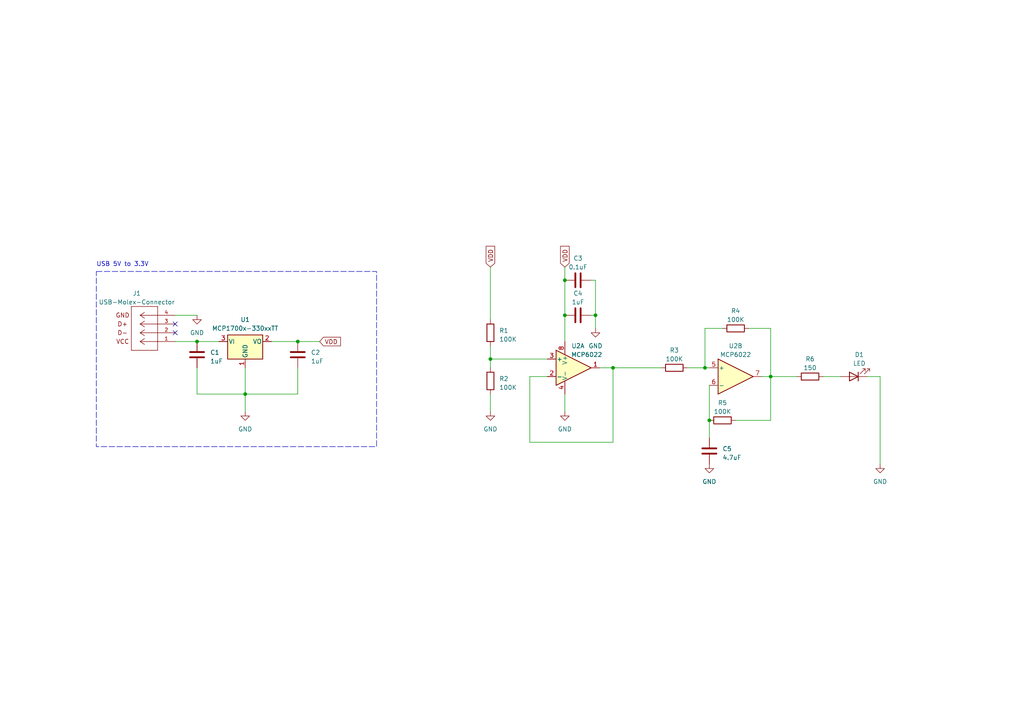
<source format=kicad_sch>
(kicad_sch (version 20230121) (generator eeschema)

  (uuid 0b12c7bd-9afe-446e-88e8-43ec1c474d51)

  (paper "A4")

  (title_block
    (title "LED Flasher - Miniproject 1")
    (date "2026/1/29")
    (rev "0")
    (company "Olin College of Engineering - ENGR3430 Eclectronics")
  )

  (lib_symbols
    (symbol "480370001:USB-Molex-Connector" (pin_names (offset 1.016)) (in_bom yes) (on_board yes)
      (property "Reference" "J" (at 10.16 -12.7 0)
        (effects (font (size 1.27 1.27)) (justify left bottom))
      )
      (property "Value" "USB-Molex-Connector" (at 21.59 10.16 0)
        (effects (font (size 1.27 1.27)) (justify left bottom))
      )
      (property "Footprint" "480370001:CONN_480370001_MOL" (at 8.89 3.81 0)
        (effects (font (size 1.27 1.27)) (justify bottom) hide)
      )
      (property "Datasheet" "" (at 0 0 0)
        (effects (font (size 1.27 1.27)) hide)
      )
      (property "MFR_NAME" "Molex Connector Corporation" (at 6.35 7.62 0)
        (effects (font (size 1.27 1.27)) (justify bottom) hide)
      )
      (property "MANUFACTURER_PART_NUMBER" "480370001" (at 26.67 7.62 0)
        (effects (font (size 1.27 1.27)) (justify bottom) hide)
      )
      (symbol "USB-Molex-Connector_0_0"
        (polyline
          (pts
            (xy 5.08 -10.16)
            (xy 12.7 -10.16)
          )
          (stroke (width 0.1524) (type default))
          (fill (type none))
        )
        (polyline
          (pts
            (xy 5.08 2.54)
            (xy 5.08 -10.16)
          )
          (stroke (width 0.1524) (type default))
          (fill (type none))
        )
        (polyline
          (pts
            (xy 10.16 -7.62)
            (xy 5.08 -7.62)
          )
          (stroke (width 0.1524) (type default))
          (fill (type none))
        )
        (polyline
          (pts
            (xy 10.16 -7.62)
            (xy 8.89 -8.4582)
          )
          (stroke (width 0.1524) (type default))
          (fill (type none))
        )
        (polyline
          (pts
            (xy 10.16 -7.62)
            (xy 8.89 -6.7818)
          )
          (stroke (width 0.1524) (type default))
          (fill (type none))
        )
        (polyline
          (pts
            (xy 10.16 -5.08)
            (xy 5.08 -5.08)
          )
          (stroke (width 0.1524) (type default))
          (fill (type none))
        )
        (polyline
          (pts
            (xy 10.16 -5.08)
            (xy 8.89 -5.9182)
          )
          (stroke (width 0.1524) (type default))
          (fill (type none))
        )
        (polyline
          (pts
            (xy 10.16 -5.08)
            (xy 8.89 -4.2418)
          )
          (stroke (width 0.1524) (type default))
          (fill (type none))
        )
        (polyline
          (pts
            (xy 10.16 -2.54)
            (xy 5.08 -2.54)
          )
          (stroke (width 0.1524) (type default))
          (fill (type none))
        )
        (polyline
          (pts
            (xy 10.16 -2.54)
            (xy 8.89 -3.3782)
          )
          (stroke (width 0.1524) (type default))
          (fill (type none))
        )
        (polyline
          (pts
            (xy 10.16 -2.54)
            (xy 8.89 -1.7018)
          )
          (stroke (width 0.1524) (type default))
          (fill (type none))
        )
        (polyline
          (pts
            (xy 10.16 0)
            (xy 5.08 0)
          )
          (stroke (width 0.1524) (type default))
          (fill (type none))
        )
        (polyline
          (pts
            (xy 10.16 0)
            (xy 8.89 -0.8382)
          )
          (stroke (width 0.1524) (type default))
          (fill (type none))
        )
        (polyline
          (pts
            (xy 10.16 0)
            (xy 8.89 0.8382)
          )
          (stroke (width 0.1524) (type default))
          (fill (type none))
        )
        (polyline
          (pts
            (xy 12.7 -10.16)
            (xy 12.7 2.54)
          )
          (stroke (width 0.1524) (type default))
          (fill (type none))
        )
        (polyline
          (pts
            (xy 12.7 2.54)
            (xy 5.08 2.54)
          )
          (stroke (width 0.1524) (type default))
          (fill (type none))
        )
        (pin passive line (at 0 0 0) (length 5.08)
          (name "~" (effects (font (size 1.016 1.016))))
          (number "1" (effects (font (size 1.016 1.016))))
        )
        (pin passive line (at 0 -2.54 0) (length 5.08)
          (name "~" (effects (font (size 1.016 1.016))))
          (number "2" (effects (font (size 1.016 1.016))))
        )
        (pin passive line (at 0 -5.08 0) (length 5.08)
          (name "~" (effects (font (size 1.016 1.016))))
          (number "3" (effects (font (size 1.016 1.016))))
        )
        (pin passive line (at 0 -7.62 0) (length 5.08)
          (name "~" (effects (font (size 1.016 1.016))))
          (number "4" (effects (font (size 1.016 1.016))))
        )
      )
      (symbol "USB-Molex-Connector_0_1"
        (text "D+" (at 15.24 -5.08 0)
          (effects (font (size 1.27 1.27)))
        )
        (text "D-" (at 15.24 -2.54 0)
          (effects (font (size 1.27 1.27)))
        )
        (text "GND" (at 15.24 -7.62 0)
          (effects (font (size 1.27 1.27)))
        )
        (text "VCC" (at 15.24 0 0)
          (effects (font (size 1.27 1.27)))
        )
      )
    )
    (symbol "Amplifier_Operational:MCP6022" (pin_names (offset 0.127)) (in_bom yes) (on_board yes)
      (property "Reference" "U" (at 0 5.08 0)
        (effects (font (size 1.27 1.27)) (justify left))
      )
      (property "Value" "MCP6022" (at 0 -5.08 0)
        (effects (font (size 1.27 1.27)) (justify left))
      )
      (property "Footprint" "" (at 0 0 0)
        (effects (font (size 1.27 1.27)) hide)
      )
      (property "Datasheet" "http://ww1.microchip.com/downloads/en/devicedoc/20001685e.pdf" (at 0 0 0)
        (effects (font (size 1.27 1.27)) hide)
      )
      (property "ki_locked" "" (at 0 0 0)
        (effects (font (size 1.27 1.27)))
      )
      (property "ki_keywords" "dual opamp rail-to-rail" (at 0 0 0)
        (effects (font (size 1.27 1.27)) hide)
      )
      (property "ki_description" "Dual Operational Amplifiers, Rail-to-Rail Input/Output, DIP-8/SOIC-8/TSSOP-8" (at 0 0 0)
        (effects (font (size 1.27 1.27)) hide)
      )
      (property "ki_fp_filters" "SOIC*3.9x4.9mm*P1.27mm* DIP*W7.62mm* TO*99* OnSemi*Micro8* TSSOP*3x3mm*P0.65mm* TSSOP*4.4x3mm*P0.65mm* MSOP*3x3mm*P0.65mm* SSOP*3.9x4.9mm*P0.635mm* LFCSP*2x2mm*P0.5mm* *SIP* SOIC*5.3x6.2mm*P1.27mm*" (at 0 0 0)
        (effects (font (size 1.27 1.27)) hide)
      )
      (symbol "MCP6022_1_1"
        (polyline
          (pts
            (xy -5.08 5.08)
            (xy 5.08 0)
            (xy -5.08 -5.08)
            (xy -5.08 5.08)
          )
          (stroke (width 0.254) (type default))
          (fill (type background))
        )
        (pin output line (at 7.62 0 180) (length 2.54)
          (name "~" (effects (font (size 1.27 1.27))))
          (number "1" (effects (font (size 1.27 1.27))))
        )
        (pin input line (at -7.62 -2.54 0) (length 2.54)
          (name "-" (effects (font (size 1.27 1.27))))
          (number "2" (effects (font (size 1.27 1.27))))
        )
        (pin input line (at -7.62 2.54 0) (length 2.54)
          (name "+" (effects (font (size 1.27 1.27))))
          (number "3" (effects (font (size 1.27 1.27))))
        )
      )
      (symbol "MCP6022_2_1"
        (polyline
          (pts
            (xy -5.08 5.08)
            (xy 5.08 0)
            (xy -5.08 -5.08)
            (xy -5.08 5.08)
          )
          (stroke (width 0.254) (type default))
          (fill (type background))
        )
        (pin input line (at -7.62 2.54 0) (length 2.54)
          (name "+" (effects (font (size 1.27 1.27))))
          (number "5" (effects (font (size 1.27 1.27))))
        )
        (pin input line (at -7.62 -2.54 0) (length 2.54)
          (name "-" (effects (font (size 1.27 1.27))))
          (number "6" (effects (font (size 1.27 1.27))))
        )
        (pin output line (at 7.62 0 180) (length 2.54)
          (name "~" (effects (font (size 1.27 1.27))))
          (number "7" (effects (font (size 1.27 1.27))))
        )
      )
      (symbol "MCP6022_3_1"
        (pin power_in line (at -2.54 -7.62 90) (length 3.81)
          (name "V-" (effects (font (size 1.27 1.27))))
          (number "4" (effects (font (size 1.27 1.27))))
        )
        (pin power_in line (at -2.54 7.62 270) (length 3.81)
          (name "V+" (effects (font (size 1.27 1.27))))
          (number "8" (effects (font (size 1.27 1.27))))
        )
      )
    )
    (symbol "Device:C" (pin_numbers hide) (pin_names (offset 0.254)) (in_bom yes) (on_board yes)
      (property "Reference" "C" (at 0.635 2.54 0)
        (effects (font (size 1.27 1.27)) (justify left))
      )
      (property "Value" "C" (at 0.635 -2.54 0)
        (effects (font (size 1.27 1.27)) (justify left))
      )
      (property "Footprint" "" (at 0.9652 -3.81 0)
        (effects (font (size 1.27 1.27)) hide)
      )
      (property "Datasheet" "~" (at 0 0 0)
        (effects (font (size 1.27 1.27)) hide)
      )
      (property "ki_keywords" "cap capacitor" (at 0 0 0)
        (effects (font (size 1.27 1.27)) hide)
      )
      (property "ki_description" "Unpolarized capacitor" (at 0 0 0)
        (effects (font (size 1.27 1.27)) hide)
      )
      (property "ki_fp_filters" "C_*" (at 0 0 0)
        (effects (font (size 1.27 1.27)) hide)
      )
      (symbol "C_0_1"
        (polyline
          (pts
            (xy -2.032 -0.762)
            (xy 2.032 -0.762)
          )
          (stroke (width 0.508) (type default))
          (fill (type none))
        )
        (polyline
          (pts
            (xy -2.032 0.762)
            (xy 2.032 0.762)
          )
          (stroke (width 0.508) (type default))
          (fill (type none))
        )
      )
      (symbol "C_1_1"
        (pin passive line (at 0 3.81 270) (length 2.794)
          (name "~" (effects (font (size 1.27 1.27))))
          (number "1" (effects (font (size 1.27 1.27))))
        )
        (pin passive line (at 0 -3.81 90) (length 2.794)
          (name "~" (effects (font (size 1.27 1.27))))
          (number "2" (effects (font (size 1.27 1.27))))
        )
      )
    )
    (symbol "Device:LED" (pin_numbers hide) (pin_names (offset 1.016) hide) (in_bom yes) (on_board yes)
      (property "Reference" "D" (at 0 2.54 0)
        (effects (font (size 1.27 1.27)))
      )
      (property "Value" "LED" (at 0 -2.54 0)
        (effects (font (size 1.27 1.27)))
      )
      (property "Footprint" "" (at 0 0 0)
        (effects (font (size 1.27 1.27)) hide)
      )
      (property "Datasheet" "~" (at 0 0 0)
        (effects (font (size 1.27 1.27)) hide)
      )
      (property "ki_keywords" "LED diode" (at 0 0 0)
        (effects (font (size 1.27 1.27)) hide)
      )
      (property "ki_description" "Light emitting diode" (at 0 0 0)
        (effects (font (size 1.27 1.27)) hide)
      )
      (property "ki_fp_filters" "LED* LED_SMD:* LED_THT:*" (at 0 0 0)
        (effects (font (size 1.27 1.27)) hide)
      )
      (symbol "LED_0_1"
        (polyline
          (pts
            (xy -1.27 -1.27)
            (xy -1.27 1.27)
          )
          (stroke (width 0.254) (type default))
          (fill (type none))
        )
        (polyline
          (pts
            (xy -1.27 0)
            (xy 1.27 0)
          )
          (stroke (width 0) (type default))
          (fill (type none))
        )
        (polyline
          (pts
            (xy 1.27 -1.27)
            (xy 1.27 1.27)
            (xy -1.27 0)
            (xy 1.27 -1.27)
          )
          (stroke (width 0.254) (type default))
          (fill (type none))
        )
        (polyline
          (pts
            (xy -3.048 -0.762)
            (xy -4.572 -2.286)
            (xy -3.81 -2.286)
            (xy -4.572 -2.286)
            (xy -4.572 -1.524)
          )
          (stroke (width 0) (type default))
          (fill (type none))
        )
        (polyline
          (pts
            (xy -1.778 -0.762)
            (xy -3.302 -2.286)
            (xy -2.54 -2.286)
            (xy -3.302 -2.286)
            (xy -3.302 -1.524)
          )
          (stroke (width 0) (type default))
          (fill (type none))
        )
      )
      (symbol "LED_1_1"
        (pin passive line (at -3.81 0 0) (length 2.54)
          (name "K" (effects (font (size 1.27 1.27))))
          (number "1" (effects (font (size 1.27 1.27))))
        )
        (pin passive line (at 3.81 0 180) (length 2.54)
          (name "A" (effects (font (size 1.27 1.27))))
          (number "2" (effects (font (size 1.27 1.27))))
        )
      )
    )
    (symbol "Device:R" (pin_numbers hide) (pin_names (offset 0)) (in_bom yes) (on_board yes)
      (property "Reference" "R" (at 2.032 0 90)
        (effects (font (size 1.27 1.27)))
      )
      (property "Value" "R" (at 0 0 90)
        (effects (font (size 1.27 1.27)))
      )
      (property "Footprint" "" (at -1.778 0 90)
        (effects (font (size 1.27 1.27)) hide)
      )
      (property "Datasheet" "~" (at 0 0 0)
        (effects (font (size 1.27 1.27)) hide)
      )
      (property "ki_keywords" "R res resistor" (at 0 0 0)
        (effects (font (size 1.27 1.27)) hide)
      )
      (property "ki_description" "Resistor" (at 0 0 0)
        (effects (font (size 1.27 1.27)) hide)
      )
      (property "ki_fp_filters" "R_*" (at 0 0 0)
        (effects (font (size 1.27 1.27)) hide)
      )
      (symbol "R_0_1"
        (rectangle (start -1.016 -2.54) (end 1.016 2.54)
          (stroke (width 0.254) (type default))
          (fill (type none))
        )
      )
      (symbol "R_1_1"
        (pin passive line (at 0 3.81 270) (length 1.27)
          (name "~" (effects (font (size 1.27 1.27))))
          (number "1" (effects (font (size 1.27 1.27))))
        )
        (pin passive line (at 0 -3.81 90) (length 1.27)
          (name "~" (effects (font (size 1.27 1.27))))
          (number "2" (effects (font (size 1.27 1.27))))
        )
      )
    )
    (symbol "Regulator_Linear:MCP1700x-330xxTT" (pin_names (offset 0.254)) (in_bom yes) (on_board yes)
      (property "Reference" "U" (at -3.81 3.175 0)
        (effects (font (size 1.27 1.27)))
      )
      (property "Value" "MCP1700x-330xxTT" (at 0 3.175 0)
        (effects (font (size 1.27 1.27)) (justify left))
      )
      (property "Footprint" "Package_TO_SOT_SMD:SOT-23" (at 0 5.715 0)
        (effects (font (size 1.27 1.27)) hide)
      )
      (property "Datasheet" "http://ww1.microchip.com/downloads/en/DeviceDoc/20001826D.pdf" (at 0 0 0)
        (effects (font (size 1.27 1.27)) hide)
      )
      (property "ki_keywords" "regulator linear ldo" (at 0 0 0)
        (effects (font (size 1.27 1.27)) hide)
      )
      (property "ki_description" "250mA Low Quiscent Current LDO, 3.3V output, SOT-23" (at 0 0 0)
        (effects (font (size 1.27 1.27)) hide)
      )
      (property "ki_fp_filters" "SOT?23*" (at 0 0 0)
        (effects (font (size 1.27 1.27)) hide)
      )
      (symbol "MCP1700x-330xxTT_0_1"
        (rectangle (start -5.08 1.905) (end 5.08 -5.08)
          (stroke (width 0.254) (type default))
          (fill (type background))
        )
      )
      (symbol "MCP1700x-330xxTT_1_1"
        (pin power_in line (at 0 -7.62 90) (length 2.54)
          (name "GND" (effects (font (size 1.27 1.27))))
          (number "1" (effects (font (size 1.27 1.27))))
        )
        (pin power_out line (at 7.62 0 180) (length 2.54)
          (name "VO" (effects (font (size 1.27 1.27))))
          (number "2" (effects (font (size 1.27 1.27))))
        )
        (pin power_in line (at -7.62 0 0) (length 2.54)
          (name "VI" (effects (font (size 1.27 1.27))))
          (number "3" (effects (font (size 1.27 1.27))))
        )
      )
    )
    (symbol "power:GND" (power) (pin_names (offset 0)) (in_bom yes) (on_board yes)
      (property "Reference" "#PWR" (at 0 -6.35 0)
        (effects (font (size 1.27 1.27)) hide)
      )
      (property "Value" "GND" (at 0 -3.81 0)
        (effects (font (size 1.27 1.27)))
      )
      (property "Footprint" "" (at 0 0 0)
        (effects (font (size 1.27 1.27)) hide)
      )
      (property "Datasheet" "" (at 0 0 0)
        (effects (font (size 1.27 1.27)) hide)
      )
      (property "ki_keywords" "global power" (at 0 0 0)
        (effects (font (size 1.27 1.27)) hide)
      )
      (property "ki_description" "Power symbol creates a global label with name \"GND\" , ground" (at 0 0 0)
        (effects (font (size 1.27 1.27)) hide)
      )
      (symbol "GND_0_1"
        (polyline
          (pts
            (xy 0 0)
            (xy 0 -1.27)
            (xy 1.27 -1.27)
            (xy 0 -2.54)
            (xy -1.27 -1.27)
            (xy 0 -1.27)
          )
          (stroke (width 0) (type default))
          (fill (type none))
        )
      )
      (symbol "GND_1_1"
        (pin power_in line (at 0 0 270) (length 0) hide
          (name "GND" (effects (font (size 1.27 1.27))))
          (number "1" (effects (font (size 1.27 1.27))))
        )
      )
    )
  )

  (junction (at 204.47 106.68) (diameter 0) (color 0 0 0 0)
    (uuid 005d22ad-9c91-457b-8ea4-a99724c4d88f)
  )
  (junction (at 205.74 121.92) (diameter 0) (color 0 0 0 0)
    (uuid 33370a7e-a732-4f42-8585-813799944e1a)
  )
  (junction (at 142.24 104.14) (diameter 0) (color 0 0 0 0)
    (uuid 39b33a99-339f-4622-ba84-bed59b510cc4)
  )
  (junction (at 71.12 114.3) (diameter 0) (color 0 0 0 0)
    (uuid 44d520ee-e1f8-48ad-9d42-c6cd3ce30ead)
  )
  (junction (at 177.8 106.68) (diameter 0) (color 0 0 0 0)
    (uuid 457526c8-786d-4522-9b66-9025fde4a855)
  )
  (junction (at 172.72 91.44) (diameter 0) (color 0 0 0 0)
    (uuid 48ff570a-9317-472c-9dc5-3eb087c32983)
  )
  (junction (at 163.83 81.28) (diameter 0) (color 0 0 0 0)
    (uuid 59fa9791-8d3e-4a02-a3e5-ade9a521d177)
  )
  (junction (at 57.15 99.06) (diameter 0) (color 0 0 0 0)
    (uuid 64a9f0c7-8486-41c8-9fd5-86ea4e219434)
  )
  (junction (at 86.36 99.06) (diameter 0) (color 0 0 0 0)
    (uuid bf820794-c442-4edb-9fdc-110c7ca8da8f)
  )
  (junction (at 223.52 109.22) (diameter 0) (color 0 0 0 0)
    (uuid c413d62e-15e0-4b6e-8225-cc21d07c63ac)
  )
  (junction (at 163.83 91.44) (diameter 0) (color 0 0 0 0)
    (uuid e3b3d413-8568-497a-b21d-e0c5226b1995)
  )

  (no_connect (at 50.8 93.98) (uuid b8d5c08e-2c29-4a34-b358-133216fe9059))
  (no_connect (at 50.8 96.52) (uuid e9ed3983-be15-4507-a87f-e7a76388809d))

  (wire (pts (xy 71.12 114.3) (xy 86.36 114.3))
    (stroke (width 0) (type default))
    (uuid 0abcc4df-7624-466d-bde5-33c06dee0102)
  )
  (wire (pts (xy 255.27 109.22) (xy 255.27 134.62))
    (stroke (width 0) (type default))
    (uuid 0c76ac56-b4d7-4e61-994b-4bf1020b5a6d)
  )
  (wire (pts (xy 57.15 106.68) (xy 57.15 114.3))
    (stroke (width 0) (type default))
    (uuid 199e304e-cb04-45e2-b2e0-ffae6c51d376)
  )
  (wire (pts (xy 199.39 106.68) (xy 204.47 106.68))
    (stroke (width 0) (type default))
    (uuid 1cc914a4-7c35-49f9-b68a-8dc9a571bfe8)
  )
  (wire (pts (xy 163.83 91.44) (xy 163.83 99.06))
    (stroke (width 0) (type default))
    (uuid 1fafed10-99cf-40fb-b1f9-b3e9a9482bf5)
  )
  (wire (pts (xy 217.17 95.25) (xy 223.52 95.25))
    (stroke (width 0) (type default))
    (uuid 21533e6c-23a8-4bfa-ab34-c275063807f8)
  )
  (wire (pts (xy 142.24 100.33) (xy 142.24 104.14))
    (stroke (width 0) (type default))
    (uuid 2b73b5d6-5379-432a-8523-8b577dca708e)
  )
  (wire (pts (xy 158.75 109.22) (xy 153.67 109.22))
    (stroke (width 0) (type default))
    (uuid 2e492de1-5964-4f8c-8365-4bfe438bf9a7)
  )
  (wire (pts (xy 142.24 104.14) (xy 158.75 104.14))
    (stroke (width 0) (type default))
    (uuid 2e9f0279-053b-4124-8460-651e9e417945)
  )
  (wire (pts (xy 172.72 91.44) (xy 172.72 95.25))
    (stroke (width 0) (type default))
    (uuid 32bc9139-587b-4d8b-9d4f-1b7f79a3101e)
  )
  (wire (pts (xy 223.52 109.22) (xy 231.14 109.22))
    (stroke (width 0) (type default))
    (uuid 4526c63e-4783-4277-ba76-a18f76b4e27c)
  )
  (wire (pts (xy 209.55 95.25) (xy 204.47 95.25))
    (stroke (width 0) (type default))
    (uuid 46b6831a-83ab-4e5a-8ff3-e8c7c65d4d09)
  )
  (wire (pts (xy 86.36 99.06) (xy 92.71 99.06))
    (stroke (width 0) (type default))
    (uuid 48743017-51b5-45bd-9a03-1a36c05ec7ac)
  )
  (wire (pts (xy 153.67 128.27) (xy 177.8 128.27))
    (stroke (width 0) (type default))
    (uuid 5cfed5a6-e82d-4096-9e5c-1e6b347be5c8)
  )
  (wire (pts (xy 172.72 81.28) (xy 172.72 91.44))
    (stroke (width 0) (type default))
    (uuid 5f9d619d-27d3-46bd-994f-cdfa51b499cb)
  )
  (wire (pts (xy 173.99 106.68) (xy 177.8 106.68))
    (stroke (width 0) (type default))
    (uuid 62d22469-2b57-440b-8fe3-0b04283e8832)
  )
  (wire (pts (xy 50.8 91.44) (xy 57.15 91.44))
    (stroke (width 0) (type default))
    (uuid 6792e383-006e-4775-b09d-b1c4ee480d62)
  )
  (wire (pts (xy 163.83 119.38) (xy 163.83 114.3))
    (stroke (width 0) (type default))
    (uuid 6a3efa3f-7fb7-4b5a-8324-0179eecc52a1)
  )
  (wire (pts (xy 171.45 81.28) (xy 172.72 81.28))
    (stroke (width 0) (type default))
    (uuid 7439cbb2-9100-47f2-99f5-2e91bca3d0e4)
  )
  (wire (pts (xy 223.52 109.22) (xy 223.52 121.92))
    (stroke (width 0) (type default))
    (uuid 75287f87-f7e7-4443-89f4-30a327742f2c)
  )
  (wire (pts (xy 204.47 95.25) (xy 204.47 106.68))
    (stroke (width 0) (type default))
    (uuid 78ce3ca2-5bc0-4cf3-867a-fe86aecbd4b8)
  )
  (wire (pts (xy 57.15 114.3) (xy 71.12 114.3))
    (stroke (width 0) (type default))
    (uuid 78cef8f1-37ea-4c25-86a8-419b43c90942)
  )
  (wire (pts (xy 171.45 91.44) (xy 172.72 91.44))
    (stroke (width 0) (type default))
    (uuid 84e1cff8-9a9a-46df-9f8b-4d52b879e9d3)
  )
  (wire (pts (xy 71.12 106.68) (xy 71.12 114.3))
    (stroke (width 0) (type default))
    (uuid 8a7f9dd9-ecb2-484a-8531-6c5a06dbbaa7)
  )
  (wire (pts (xy 78.74 99.06) (xy 86.36 99.06))
    (stroke (width 0) (type default))
    (uuid 910e2985-50c9-41d6-8863-0c035f454dd7)
  )
  (wire (pts (xy 223.52 95.25) (xy 223.52 109.22))
    (stroke (width 0) (type default))
    (uuid 91c212ba-7956-408f-9cb3-0fd3294f02c5)
  )
  (wire (pts (xy 163.83 77.47) (xy 163.83 81.28))
    (stroke (width 0) (type default))
    (uuid 9daafb3a-4cbb-4eb0-9576-324402367a2c)
  )
  (wire (pts (xy 163.83 81.28) (xy 163.83 91.44))
    (stroke (width 0) (type default))
    (uuid a5e8a30c-dfce-4e55-a506-a7fef3a4f96f)
  )
  (wire (pts (xy 251.46 109.22) (xy 255.27 109.22))
    (stroke (width 0) (type default))
    (uuid a89af75d-d56e-438f-904d-328f62e74107)
  )
  (wire (pts (xy 205.74 121.92) (xy 205.74 127))
    (stroke (width 0) (type default))
    (uuid af9a41b4-d2e8-4d7c-9b82-1219e80d894f)
  )
  (wire (pts (xy 204.47 106.68) (xy 205.74 106.68))
    (stroke (width 0) (type default))
    (uuid b449bc9c-707b-4c8b-935a-f00ed6d7979d)
  )
  (wire (pts (xy 153.67 109.22) (xy 153.67 128.27))
    (stroke (width 0) (type default))
    (uuid b493a322-1867-48f4-8ae2-a0fb4a5f8363)
  )
  (wire (pts (xy 50.8 99.06) (xy 57.15 99.06))
    (stroke (width 0) (type default))
    (uuid be9a6f1d-fe2d-4778-bd20-428e741bba86)
  )
  (wire (pts (xy 142.24 77.47) (xy 142.24 92.71))
    (stroke (width 0) (type default))
    (uuid c1c18d1c-f620-440c-bedb-ae91c221af5d)
  )
  (wire (pts (xy 142.24 114.3) (xy 142.24 119.38))
    (stroke (width 0) (type default))
    (uuid c26ce221-c7de-4e7b-828d-3e4902b15418)
  )
  (wire (pts (xy 205.74 111.76) (xy 205.74 121.92))
    (stroke (width 0) (type default))
    (uuid c5426fe7-c687-4ba2-ad3f-e4c1d79ab8f7)
  )
  (wire (pts (xy 142.24 104.14) (xy 142.24 106.68))
    (stroke (width 0) (type default))
    (uuid c9ff5d97-6696-47aa-9c47-262b2ac5d030)
  )
  (wire (pts (xy 71.12 114.3) (xy 71.12 119.38))
    (stroke (width 0) (type default))
    (uuid ca669ffa-5604-42a0-ba08-78d33d718b47)
  )
  (wire (pts (xy 57.15 99.06) (xy 63.5 99.06))
    (stroke (width 0) (type default))
    (uuid caf65d5a-93f6-46cf-baf4-14c2b89a6b9f)
  )
  (wire (pts (xy 220.98 109.22) (xy 223.52 109.22))
    (stroke (width 0) (type default))
    (uuid cbe4b305-1db0-4e8a-89b1-1b8294843a31)
  )
  (wire (pts (xy 86.36 106.68) (xy 86.36 114.3))
    (stroke (width 0) (type default))
    (uuid d982c199-de19-422c-9b5c-d5eae2dc53ca)
  )
  (wire (pts (xy 213.36 121.92) (xy 223.52 121.92))
    (stroke (width 0) (type default))
    (uuid e71f35e1-2d57-4af6-b11e-b9982ad809b1)
  )
  (wire (pts (xy 238.76 109.22) (xy 243.84 109.22))
    (stroke (width 0) (type default))
    (uuid ee09bfae-2cfd-460c-a006-f0e8e83883a5)
  )
  (wire (pts (xy 177.8 106.68) (xy 191.77 106.68))
    (stroke (width 0) (type default))
    (uuid f61fdf80-42f7-42cf-9ac3-7c7904216718)
  )
  (wire (pts (xy 177.8 128.27) (xy 177.8 106.68))
    (stroke (width 0) (type default))
    (uuid fccbbd25-4310-47f6-874f-265b1050f3f7)
  )

  (rectangle (start 27.94 78.74) (end 109.22 129.54)
    (stroke (width 0) (type dash))
    (fill (type none))
    (uuid ec3fdc92-d4f2-4860-8d75-423d31d2b4d5)
  )

  (text "USB 5V to 3.3V" (at 27.94 77.47 0)
    (effects (font (size 1.27 1.27)) (justify left bottom))
    (uuid 80494618-8bff-4587-b57a-a9ae83b9ee1b)
  )

  (global_label "VDD" (shape input) (at 142.24 77.47 90) (fields_autoplaced)
    (effects (font (size 1.27 1.27)) (justify left))
    (uuid 16dcdaec-1f70-47da-af7d-04998053d084)
    (property "Intersheetrefs" "${INTERSHEET_REFS}" (at 142.24 70.9356 90)
      (effects (font (size 1.27 1.27)) (justify left) hide)
    )
  )
  (global_label "VDD" (shape input) (at 92.71 99.06 0) (fields_autoplaced)
    (effects (font (size 1.27 1.27)) (justify left))
    (uuid 2668173c-15ac-49be-9c08-5a643fff7692)
    (property "Intersheetrefs" "${INTERSHEET_REFS}" (at 99.2444 99.06 0)
      (effects (font (size 1.27 1.27)) (justify left) hide)
    )
  )
  (global_label "VDD" (shape input) (at 163.83 77.47 90) (fields_autoplaced)
    (effects (font (size 1.27 1.27)) (justify left))
    (uuid fc5e5885-bb7a-4c11-b6a0-83e873500869)
    (property "Intersheetrefs" "${INTERSHEET_REFS}" (at 163.83 70.9356 90)
      (effects (font (size 1.27 1.27)) (justify left) hide)
    )
  )

  (symbol (lib_id "Amplifier_Operational:MCP6022") (at 166.37 106.68 0) (unit 1)
    (in_bom yes) (on_board yes) (dnp no)
    (uuid 0b960093-2be3-43b3-bb0b-70ebe7801913)
    (property "Reference" "U2" (at 167.64 100.33 0)
      (effects (font (size 1.27 1.27)))
    )
    (property "Value" "MCP6022" (at 170.18 102.87 0)
      (effects (font (size 1.27 1.27)))
    )
    (property "Footprint" "Eclectronics - Olin Semester 8:TSSOP8_MC_MCH" (at 166.37 106.68 0)
      (effects (font (size 1.27 1.27)) hide)
    )
    (property "Datasheet" "http://ww1.microchip.com/downloads/en/devicedoc/20001685e.pdf" (at 166.37 106.68 0)
      (effects (font (size 1.27 1.27)) hide)
    )
    (pin "1" (uuid 82c05412-eb18-411b-8643-d9cc31503cae))
    (pin "2" (uuid 23075bc6-6c0f-46ff-bb79-6a775cbecbf5))
    (pin "3" (uuid e84f0b50-91cf-4461-b7ef-2f9a394630cc))
    (pin "5" (uuid 3cda7ae5-6233-4760-bb30-2a6a3cf49f54))
    (pin "6" (uuid 451c281b-8e2b-40ed-aceb-6aa7cc4c9f9f))
    (pin "7" (uuid aaae9efb-eb34-4470-a004-f6dc46814444))
    (pin "4" (uuid adb625b2-92c7-4e04-96e2-bbb70f5a46ce))
    (pin "8" (uuid 655bf7b9-4736-4ce9-8e0f-97adc6242546))
    (instances
      (project "Eclectronics-MP1"
        (path "/0b12c7bd-9afe-446e-88e8-43ec1c474d51"
          (reference "U2") (unit 1)
        )
      )
    )
  )

  (symbol (lib_id "Device:R") (at 195.58 106.68 90) (unit 1)
    (in_bom yes) (on_board yes) (dnp no) (fields_autoplaced)
    (uuid 0f5c3510-4b63-4ccd-b481-d9de5bcd32a4)
    (property "Reference" "R3" (at 195.58 101.6 90)
      (effects (font (size 1.27 1.27)))
    )
    (property "Value" "100K" (at 195.58 104.14 90)
      (effects (font (size 1.27 1.27)))
    )
    (property "Footprint" "Resistor_SMD:R_0603_1608Metric" (at 195.58 108.458 90)
      (effects (font (size 1.27 1.27)) hide)
    )
    (property "Datasheet" "~" (at 195.58 106.68 0)
      (effects (font (size 1.27 1.27)) hide)
    )
    (pin "1" (uuid 30ae84b5-927d-4ef9-8d99-33b56a4446be))
    (pin "2" (uuid d6ec2ff2-25b1-4191-ae8f-0bd1f6b3927c))
    (instances
      (project "Eclectronics-MP1"
        (path "/0b12c7bd-9afe-446e-88e8-43ec1c474d51"
          (reference "R3") (unit 1)
        )
      )
    )
  )

  (symbol (lib_id "Amplifier_Operational:MCP6022") (at 166.37 106.68 0) (unit 3)
    (in_bom yes) (on_board yes) (dnp no) (fields_autoplaced)
    (uuid 2b7bb4a4-210a-4560-ba59-f2c7c41abf6f)
    (property "Reference" "U2" (at 165.1 106.045 0)
      (effects (font (size 1.27 1.27)) (justify left) hide)
    )
    (property "Value" "MCP6022" (at 165.1 108.585 0)
      (effects (font (size 1.27 1.27)) (justify left) hide)
    )
    (property "Footprint" "Eclectronics - Olin Semester 8:TSSOP8_MC_MCH" (at 166.37 106.68 0)
      (effects (font (size 1.27 1.27)) hide)
    )
    (property "Datasheet" "http://ww1.microchip.com/downloads/en/devicedoc/20001685e.pdf" (at 166.37 106.68 0)
      (effects (font (size 1.27 1.27)) hide)
    )
    (pin "1" (uuid 998bd493-8efa-42e3-b802-669bf062eba6))
    (pin "2" (uuid 490edacf-8e8f-4489-bcc3-ce661147058e))
    (pin "3" (uuid 52b27110-1cc1-427b-b53d-79fb13a8926b))
    (pin "5" (uuid 57ac7df8-06ed-46b7-bee9-3a06c15aee2e))
    (pin "6" (uuid 6f28753d-9202-4dc9-9c96-799d872fd4e5))
    (pin "7" (uuid a45dcf1a-10ac-4e22-bb8b-51aafc67fa60))
    (pin "4" (uuid 1b83d537-0fad-4f50-ab2f-d5e67d32e750))
    (pin "8" (uuid 4ebdc51d-232e-4b13-af7e-d5b1dd427524))
    (instances
      (project "Eclectronics-MP1"
        (path "/0b12c7bd-9afe-446e-88e8-43ec1c474d51"
          (reference "U2") (unit 3)
        )
      )
    )
  )

  (symbol (lib_id "Device:C") (at 167.64 91.44 90) (unit 1)
    (in_bom yes) (on_board yes) (dnp no) (fields_autoplaced)
    (uuid 2ee3643a-ff22-417c-9bcd-06e73163eb34)
    (property "Reference" "C4" (at 167.64 85.09 90)
      (effects (font (size 1.27 1.27)))
    )
    (property "Value" "1uF" (at 167.64 87.63 90)
      (effects (font (size 1.27 1.27)))
    )
    (property "Footprint" "Capacitor_SMD:C_0603_1608Metric" (at 171.45 90.4748 0)
      (effects (font (size 1.27 1.27)) hide)
    )
    (property "Datasheet" "~" (at 167.64 91.44 0)
      (effects (font (size 1.27 1.27)) hide)
    )
    (pin "1" (uuid 56b45a1d-ad6a-427e-a30f-0c01fe61d10e))
    (pin "2" (uuid 5f2d04f0-8542-4002-923e-ccb96c706b76))
    (instances
      (project "Eclectronics-MP1"
        (path "/0b12c7bd-9afe-446e-88e8-43ec1c474d51"
          (reference "C4") (unit 1)
        )
      )
    )
  )

  (symbol (lib_id "Regulator_Linear:MCP1700x-330xxTT") (at 71.12 99.06 0) (unit 1)
    (in_bom yes) (on_board yes) (dnp no) (fields_autoplaced)
    (uuid 357c9dab-4ac9-4cb9-a41f-a1f75b57cf5d)
    (property "Reference" "U1" (at 71.12 92.71 0)
      (effects (font (size 1.27 1.27)))
    )
    (property "Value" "MCP1700x-330xxTT" (at 71.12 95.25 0)
      (effects (font (size 1.27 1.27)))
    )
    (property "Footprint" "Package_TO_SOT_SMD:SOT-23" (at 71.12 93.345 0)
      (effects (font (size 1.27 1.27)) hide)
    )
    (property "Datasheet" "http://ww1.microchip.com/downloads/en/DeviceDoc/20001826D.pdf" (at 71.12 99.06 0)
      (effects (font (size 1.27 1.27)) hide)
    )
    (pin "1" (uuid 3ac60b29-9644-4939-b458-3e576fe8641d))
    (pin "2" (uuid 90e9c65f-0d1b-4567-8836-7c8b8f5bf129))
    (pin "3" (uuid 2edbda49-7d72-4c30-8581-78fbf8c34400))
    (instances
      (project "Eclectronics-MP1"
        (path "/0b12c7bd-9afe-446e-88e8-43ec1c474d51"
          (reference "U1") (unit 1)
        )
      )
    )
  )

  (symbol (lib_id "Amplifier_Operational:MCP6022") (at 213.36 109.22 0) (unit 2)
    (in_bom yes) (on_board yes) (dnp no) (fields_autoplaced)
    (uuid 370fa11f-6557-4c36-a1c9-a3aded4f4b42)
    (property "Reference" "U2" (at 213.36 100.33 0)
      (effects (font (size 1.27 1.27)))
    )
    (property "Value" "MCP6022" (at 213.36 102.87 0)
      (effects (font (size 1.27 1.27)))
    )
    (property "Footprint" "Eclectronics - Olin Semester 8:TSSOP8_MC_MCH" (at 213.36 109.22 0)
      (effects (font (size 1.27 1.27)) hide)
    )
    (property "Datasheet" "http://ww1.microchip.com/downloads/en/devicedoc/20001685e.pdf" (at 213.36 109.22 0)
      (effects (font (size 1.27 1.27)) hide)
    )
    (pin "1" (uuid 683b8262-042d-49a9-800b-1933486512cd))
    (pin "2" (uuid e95d0ee0-f6cb-4763-a9f5-773508289cea))
    (pin "3" (uuid 746b2c0a-9048-4915-bc86-d912f3f98ba2))
    (pin "5" (uuid dfd38ae8-8e5a-4cba-b47b-8837fccdab47))
    (pin "6" (uuid 5824d3ce-dcad-46e9-b82e-1f46de24fc61))
    (pin "7" (uuid 6b4a8fc5-c0fc-442b-8752-33b639bb0dd8))
    (pin "4" (uuid 442cf684-473a-41d1-af5d-4b359eed6e02))
    (pin "8" (uuid 4ee2bf9e-1447-4336-9250-978f7abf644b))
    (instances
      (project "Eclectronics-MP1"
        (path "/0b12c7bd-9afe-446e-88e8-43ec1c474d51"
          (reference "U2") (unit 2)
        )
      )
    )
  )

  (symbol (lib_id "power:GND") (at 71.12 119.38 0) (unit 1)
    (in_bom yes) (on_board yes) (dnp no) (fields_autoplaced)
    (uuid 4dbb8249-a5b4-44f9-a00b-2b30e6193e50)
    (property "Reference" "#PWR02" (at 71.12 125.73 0)
      (effects (font (size 1.27 1.27)) hide)
    )
    (property "Value" "GND" (at 71.12 124.46 0)
      (effects (font (size 1.27 1.27)))
    )
    (property "Footprint" "" (at 71.12 119.38 0)
      (effects (font (size 1.27 1.27)) hide)
    )
    (property "Datasheet" "" (at 71.12 119.38 0)
      (effects (font (size 1.27 1.27)) hide)
    )
    (pin "1" (uuid 8491592e-3607-40b2-81c1-45850bb63970))
    (instances
      (project "Eclectronics-MP1"
        (path "/0b12c7bd-9afe-446e-88e8-43ec1c474d51"
          (reference "#PWR02") (unit 1)
        )
      )
    )
  )

  (symbol (lib_id "power:GND") (at 57.15 91.44 0) (unit 1)
    (in_bom yes) (on_board yes) (dnp no) (fields_autoplaced)
    (uuid 4f26661b-7aac-442d-937b-4cd47f32d429)
    (property "Reference" "#PWR01" (at 57.15 97.79 0)
      (effects (font (size 1.27 1.27)) hide)
    )
    (property "Value" "GND" (at 57.15 96.52 0)
      (effects (font (size 1.27 1.27)))
    )
    (property "Footprint" "" (at 57.15 91.44 0)
      (effects (font (size 1.27 1.27)) hide)
    )
    (property "Datasheet" "" (at 57.15 91.44 0)
      (effects (font (size 1.27 1.27)) hide)
    )
    (pin "1" (uuid da7cec12-3133-4a09-9ee9-44060bf37a1e))
    (instances
      (project "Eclectronics-MP1"
        (path "/0b12c7bd-9afe-446e-88e8-43ec1c474d51"
          (reference "#PWR01") (unit 1)
        )
      )
    )
  )

  (symbol (lib_id "Device:R") (at 142.24 110.49 0) (unit 1)
    (in_bom yes) (on_board yes) (dnp no) (fields_autoplaced)
    (uuid 673fe7ba-3248-41d6-87ac-dc6d5826a412)
    (property "Reference" "R2" (at 144.78 109.855 0)
      (effects (font (size 1.27 1.27)) (justify left))
    )
    (property "Value" "100K" (at 144.78 112.395 0)
      (effects (font (size 1.27 1.27)) (justify left))
    )
    (property "Footprint" "Resistor_SMD:R_0603_1608Metric" (at 140.462 110.49 90)
      (effects (font (size 1.27 1.27)) hide)
    )
    (property "Datasheet" "~" (at 142.24 110.49 0)
      (effects (font (size 1.27 1.27)) hide)
    )
    (pin "1" (uuid 37254091-deb9-43d2-9d6a-ed0ef3097f84))
    (pin "2" (uuid 88760763-8e1f-47ef-8b49-fa3ece48fe95))
    (instances
      (project "Eclectronics-MP1"
        (path "/0b12c7bd-9afe-446e-88e8-43ec1c474d51"
          (reference "R2") (unit 1)
        )
      )
    )
  )

  (symbol (lib_id "power:GND") (at 142.24 119.38 0) (unit 1)
    (in_bom yes) (on_board yes) (dnp no) (fields_autoplaced)
    (uuid 6f4a6084-68f2-4841-9d31-6f437f4ac8c2)
    (property "Reference" "#PWR03" (at 142.24 125.73 0)
      (effects (font (size 1.27 1.27)) hide)
    )
    (property "Value" "GND" (at 142.24 124.46 0)
      (effects (font (size 1.27 1.27)))
    )
    (property "Footprint" "" (at 142.24 119.38 0)
      (effects (font (size 1.27 1.27)) hide)
    )
    (property "Datasheet" "" (at 142.24 119.38 0)
      (effects (font (size 1.27 1.27)) hide)
    )
    (pin "1" (uuid cf0abe70-838d-40f2-86ad-6ee0094a6e68))
    (instances
      (project "Eclectronics-MP1"
        (path "/0b12c7bd-9afe-446e-88e8-43ec1c474d51"
          (reference "#PWR03") (unit 1)
        )
      )
    )
  )

  (symbol (lib_id "Device:C") (at 167.64 81.28 90) (unit 1)
    (in_bom yes) (on_board yes) (dnp no) (fields_autoplaced)
    (uuid 8638cd13-d27e-4308-95a9-14c243c980bd)
    (property "Reference" "C3" (at 167.64 74.93 90)
      (effects (font (size 1.27 1.27)))
    )
    (property "Value" "0.1uF" (at 167.64 77.47 90)
      (effects (font (size 1.27 1.27)))
    )
    (property "Footprint" "Capacitor_SMD:C_0603_1608Metric" (at 171.45 80.3148 0)
      (effects (font (size 1.27 1.27)) hide)
    )
    (property "Datasheet" "~" (at 167.64 81.28 0)
      (effects (font (size 1.27 1.27)) hide)
    )
    (pin "1" (uuid 4270102f-6325-47c2-b26a-18f568c190b9))
    (pin "2" (uuid d30020be-2eaa-433e-b27d-b7edbac7e0fa))
    (instances
      (project "Eclectronics-MP1"
        (path "/0b12c7bd-9afe-446e-88e8-43ec1c474d51"
          (reference "C3") (unit 1)
        )
      )
    )
  )

  (symbol (lib_id "Device:C") (at 86.36 102.87 0) (unit 1)
    (in_bom yes) (on_board yes) (dnp no) (fields_autoplaced)
    (uuid 8f55e272-a8bb-4c8f-924c-acf30b769a3d)
    (property "Reference" "C2" (at 90.17 102.235 0)
      (effects (font (size 1.27 1.27)) (justify left))
    )
    (property "Value" "1uF" (at 90.17 104.775 0)
      (effects (font (size 1.27 1.27)) (justify left))
    )
    (property "Footprint" "Capacitor_SMD:C_0603_1608Metric" (at 87.3252 106.68 0)
      (effects (font (size 1.27 1.27)) hide)
    )
    (property "Datasheet" "~" (at 86.36 102.87 0)
      (effects (font (size 1.27 1.27)) hide)
    )
    (pin "1" (uuid 43fd5a4d-f64e-4702-a245-02e3c719e71c))
    (pin "2" (uuid 0fd4c83a-c319-4ac4-aa22-55d6c8518db6))
    (instances
      (project "Eclectronics-MP1"
        (path "/0b12c7bd-9afe-446e-88e8-43ec1c474d51"
          (reference "C2") (unit 1)
        )
      )
    )
  )

  (symbol (lib_id "power:GND") (at 172.72 95.25 0) (unit 1)
    (in_bom yes) (on_board yes) (dnp no) (fields_autoplaced)
    (uuid 937fe262-c7a1-4501-bd3d-c7f3f52641b9)
    (property "Reference" "#PWR05" (at 172.72 101.6 0)
      (effects (font (size 1.27 1.27)) hide)
    )
    (property "Value" "GND" (at 172.72 100.33 0)
      (effects (font (size 1.27 1.27)))
    )
    (property "Footprint" "" (at 172.72 95.25 0)
      (effects (font (size 1.27 1.27)) hide)
    )
    (property "Datasheet" "" (at 172.72 95.25 0)
      (effects (font (size 1.27 1.27)) hide)
    )
    (pin "1" (uuid 5d106a55-a9fa-417e-8463-b354805df95c))
    (instances
      (project "Eclectronics-MP1"
        (path "/0b12c7bd-9afe-446e-88e8-43ec1c474d51"
          (reference "#PWR05") (unit 1)
        )
      )
    )
  )

  (symbol (lib_id "Device:C") (at 57.15 102.87 0) (unit 1)
    (in_bom yes) (on_board yes) (dnp no) (fields_autoplaced)
    (uuid a64aa2bd-230e-45e6-9c9c-47da73f537db)
    (property "Reference" "C1" (at 60.96 102.235 0)
      (effects (font (size 1.27 1.27)) (justify left))
    )
    (property "Value" "1uF" (at 60.96 104.775 0)
      (effects (font (size 1.27 1.27)) (justify left))
    )
    (property "Footprint" "Capacitor_SMD:C_0603_1608Metric" (at 58.1152 106.68 0)
      (effects (font (size 1.27 1.27)) hide)
    )
    (property "Datasheet" "~" (at 57.15 102.87 0)
      (effects (font (size 1.27 1.27)) hide)
    )
    (pin "1" (uuid 3aec7b30-90f1-4e84-927f-9b6f8d8c1b1d))
    (pin "2" (uuid 223619f9-2578-46f0-8e89-320156f92ea9))
    (instances
      (project "Eclectronics-MP1"
        (path "/0b12c7bd-9afe-446e-88e8-43ec1c474d51"
          (reference "C1") (unit 1)
        )
      )
    )
  )

  (symbol (lib_id "power:GND") (at 255.27 134.62 0) (unit 1)
    (in_bom yes) (on_board yes) (dnp no) (fields_autoplaced)
    (uuid a893a17b-e567-421b-9b0f-a49e0ba05b7f)
    (property "Reference" "#PWR07" (at 255.27 140.97 0)
      (effects (font (size 1.27 1.27)) hide)
    )
    (property "Value" "GND" (at 255.27 139.7 0)
      (effects (font (size 1.27 1.27)))
    )
    (property "Footprint" "" (at 255.27 134.62 0)
      (effects (font (size 1.27 1.27)) hide)
    )
    (property "Datasheet" "" (at 255.27 134.62 0)
      (effects (font (size 1.27 1.27)) hide)
    )
    (pin "1" (uuid 3b6cb2b7-b441-4d40-9a18-49f7d27a0562))
    (instances
      (project "Eclectronics-MP1"
        (path "/0b12c7bd-9afe-446e-88e8-43ec1c474d51"
          (reference "#PWR07") (unit 1)
        )
      )
    )
  )

  (symbol (lib_id "Device:R") (at 209.55 121.92 90) (unit 1)
    (in_bom yes) (on_board yes) (dnp no) (fields_autoplaced)
    (uuid b4347f43-3e4a-41a9-b141-572338c1a84a)
    (property "Reference" "R5" (at 209.55 116.84 90)
      (effects (font (size 1.27 1.27)))
    )
    (property "Value" "100K" (at 209.55 119.38 90)
      (effects (font (size 1.27 1.27)))
    )
    (property "Footprint" "Resistor_SMD:R_0603_1608Metric" (at 209.55 123.698 90)
      (effects (font (size 1.27 1.27)) hide)
    )
    (property "Datasheet" "~" (at 209.55 121.92 0)
      (effects (font (size 1.27 1.27)) hide)
    )
    (pin "1" (uuid 58611e3b-e53f-4e08-9292-74bde122ede6))
    (pin "2" (uuid 38b7c92d-6098-467a-826f-84603cb4db24))
    (instances
      (project "Eclectronics-MP1"
        (path "/0b12c7bd-9afe-446e-88e8-43ec1c474d51"
          (reference "R5") (unit 1)
        )
      )
    )
  )

  (symbol (lib_id "Device:R") (at 213.36 95.25 90) (unit 1)
    (in_bom yes) (on_board yes) (dnp no) (fields_autoplaced)
    (uuid c56f952c-1991-42ba-937c-2aaf68ca16e3)
    (property "Reference" "R4" (at 213.36 90.17 90)
      (effects (font (size 1.27 1.27)))
    )
    (property "Value" "100K" (at 213.36 92.71 90)
      (effects (font (size 1.27 1.27)))
    )
    (property "Footprint" "Resistor_SMD:R_0603_1608Metric" (at 213.36 97.028 90)
      (effects (font (size 1.27 1.27)) hide)
    )
    (property "Datasheet" "~" (at 213.36 95.25 0)
      (effects (font (size 1.27 1.27)) hide)
    )
    (pin "1" (uuid 34305b4d-6339-4110-bbe4-9014fabd22d3))
    (pin "2" (uuid c7f54deb-dbb9-497f-8f21-abe8fc7ab7d3))
    (instances
      (project "Eclectronics-MP1"
        (path "/0b12c7bd-9afe-446e-88e8-43ec1c474d51"
          (reference "R4") (unit 1)
        )
      )
    )
  )

  (symbol (lib_id "Device:R") (at 142.24 96.52 0) (unit 1)
    (in_bom yes) (on_board yes) (dnp no) (fields_autoplaced)
    (uuid c5fe2f54-f00d-4057-bb2c-decd124df8c4)
    (property "Reference" "R1" (at 144.78 95.885 0)
      (effects (font (size 1.27 1.27)) (justify left))
    )
    (property "Value" "100K" (at 144.78 98.425 0)
      (effects (font (size 1.27 1.27)) (justify left))
    )
    (property "Footprint" "Resistor_SMD:R_0603_1608Metric" (at 140.462 96.52 90)
      (effects (font (size 1.27 1.27)) hide)
    )
    (property "Datasheet" "~" (at 142.24 96.52 0)
      (effects (font (size 1.27 1.27)) hide)
    )
    (pin "1" (uuid f2d91c39-86ed-47cd-9ef9-1d44eb3f3f68))
    (pin "2" (uuid b2b86cec-5104-4ca0-9173-066edfefea41))
    (instances
      (project "Eclectronics-MP1"
        (path "/0b12c7bd-9afe-446e-88e8-43ec1c474d51"
          (reference "R1") (unit 1)
        )
      )
    )
  )

  (symbol (lib_id "Device:C") (at 205.74 130.81 180) (unit 1)
    (in_bom yes) (on_board yes) (dnp no) (fields_autoplaced)
    (uuid d452650a-c60f-4aff-b30e-bdb70191992b)
    (property "Reference" "C5" (at 209.55 130.175 0)
      (effects (font (size 1.27 1.27)) (justify right))
    )
    (property "Value" "4.7uF" (at 209.55 132.715 0)
      (effects (font (size 1.27 1.27)) (justify right))
    )
    (property "Footprint" "Capacitor_SMD:C_0603_1608Metric" (at 204.7748 127 0)
      (effects (font (size 1.27 1.27)) hide)
    )
    (property "Datasheet" "~" (at 205.74 130.81 0)
      (effects (font (size 1.27 1.27)) hide)
    )
    (pin "1" (uuid 6cc1e4bf-e50a-4114-a4c1-fcdabec21210))
    (pin "2" (uuid 2c5bf7f8-1ebe-4ed9-ae5f-f1446b2f707f))
    (instances
      (project "Eclectronics-MP1"
        (path "/0b12c7bd-9afe-446e-88e8-43ec1c474d51"
          (reference "C5") (unit 1)
        )
      )
    )
  )

  (symbol (lib_id "480370001:USB-Molex-Connector") (at 50.8 99.06 180) (unit 1)
    (in_bom yes) (on_board yes) (dnp no) (fields_autoplaced)
    (uuid d5534fcf-88dd-46bb-b43f-a3c43c007cf5)
    (property "Reference" "J1" (at 39.6747 85.09 0)
      (effects (font (size 1.27 1.27)))
    )
    (property "Value" "USB-Molex-Connector" (at 39.6747 87.63 0)
      (effects (font (size 1.27 1.27)))
    )
    (property "Footprint" "Eclectronics - Olin Semester 8:USB_CONN_480370001_MOL" (at 41.91 102.87 0)
      (effects (font (size 1.27 1.27)) (justify bottom) hide)
    )
    (property "Datasheet" "" (at 50.8 99.06 0)
      (effects (font (size 1.27 1.27)) hide)
    )
    (property "MFR_NAME" "Molex Connector Corporation" (at 44.45 106.68 0)
      (effects (font (size 1.27 1.27)) (justify bottom) hide)
    )
    (property "MANUFACTURER_PART_NUMBER" "480370001" (at 24.13 106.68 0)
      (effects (font (size 1.27 1.27)) (justify bottom) hide)
    )
    (pin "1" (uuid f959c4e6-7bb7-4106-bd98-92c23964986d))
    (pin "2" (uuid 83799434-78db-40bf-8173-018e47dd4843))
    (pin "3" (uuid 855665db-ff13-4a85-b4ee-311a415cfec0))
    (pin "4" (uuid 144fa26c-5a46-4c53-beaf-71c9e49ef621))
    (instances
      (project "Eclectronics-MP1"
        (path "/0b12c7bd-9afe-446e-88e8-43ec1c474d51"
          (reference "J1") (unit 1)
        )
      )
    )
  )

  (symbol (lib_id "Device:LED") (at 247.65 109.22 180) (unit 1)
    (in_bom yes) (on_board yes) (dnp no) (fields_autoplaced)
    (uuid d8618308-4157-476d-8ca6-1328e616a356)
    (property "Reference" "D1" (at 249.2375 102.87 0)
      (effects (font (size 1.27 1.27)))
    )
    (property "Value" "LED" (at 249.2375 105.41 0)
      (effects (font (size 1.27 1.27)))
    )
    (property "Footprint" "Diode_SMD:D_0805_2012Metric" (at 247.65 109.22 0)
      (effects (font (size 1.27 1.27)) hide)
    )
    (property "Datasheet" "~" (at 247.65 109.22 0)
      (effects (font (size 1.27 1.27)) hide)
    )
    (pin "1" (uuid 05144d81-762d-4039-afe6-440e339644ea))
    (pin "2" (uuid b95ae48e-1708-4cf5-8022-d5c8b63deb25))
    (instances
      (project "Eclectronics-MP1"
        (path "/0b12c7bd-9afe-446e-88e8-43ec1c474d51"
          (reference "D1") (unit 1)
        )
      )
    )
  )

  (symbol (lib_id "power:GND") (at 163.83 119.38 0) (unit 1)
    (in_bom yes) (on_board yes) (dnp no) (fields_autoplaced)
    (uuid ed07830e-1710-4b2d-a44c-5e9c77aaf1e9)
    (property "Reference" "#PWR04" (at 163.83 125.73 0)
      (effects (font (size 1.27 1.27)) hide)
    )
    (property "Value" "GND" (at 163.83 124.46 0)
      (effects (font (size 1.27 1.27)))
    )
    (property "Footprint" "" (at 163.83 119.38 0)
      (effects (font (size 1.27 1.27)) hide)
    )
    (property "Datasheet" "" (at 163.83 119.38 0)
      (effects (font (size 1.27 1.27)) hide)
    )
    (pin "1" (uuid f50fa048-c1eb-4d8a-8ae5-93d58bd849f1))
    (instances
      (project "Eclectronics-MP1"
        (path "/0b12c7bd-9afe-446e-88e8-43ec1c474d51"
          (reference "#PWR04") (unit 1)
        )
      )
    )
  )

  (symbol (lib_id "power:GND") (at 205.74 134.62 0) (unit 1)
    (in_bom yes) (on_board yes) (dnp no) (fields_autoplaced)
    (uuid f02979dd-d475-4a62-bf6c-d69bfff7f795)
    (property "Reference" "#PWR06" (at 205.74 140.97 0)
      (effects (font (size 1.27 1.27)) hide)
    )
    (property "Value" "GND" (at 205.74 139.7 0)
      (effects (font (size 1.27 1.27)))
    )
    (property "Footprint" "" (at 205.74 134.62 0)
      (effects (font (size 1.27 1.27)) hide)
    )
    (property "Datasheet" "" (at 205.74 134.62 0)
      (effects (font (size 1.27 1.27)) hide)
    )
    (pin "1" (uuid e3357b1c-806a-4be7-9beb-a5e5e7dfbc2d))
    (instances
      (project "Eclectronics-MP1"
        (path "/0b12c7bd-9afe-446e-88e8-43ec1c474d51"
          (reference "#PWR06") (unit 1)
        )
      )
    )
  )

  (symbol (lib_id "Device:R") (at 234.95 109.22 90) (unit 1)
    (in_bom yes) (on_board yes) (dnp no) (fields_autoplaced)
    (uuid f4b59fae-7275-43c8-8017-0c7029f68b3c)
    (property "Reference" "R6" (at 234.95 104.14 90)
      (effects (font (size 1.27 1.27)))
    )
    (property "Value" "150" (at 234.95 106.68 90)
      (effects (font (size 1.27 1.27)))
    )
    (property "Footprint" "Resistor_SMD:R_0603_1608Metric" (at 234.95 110.998 90)
      (effects (font (size 1.27 1.27)) hide)
    )
    (property "Datasheet" "~" (at 234.95 109.22 0)
      (effects (font (size 1.27 1.27)) hide)
    )
    (pin "1" (uuid 60b09a68-0367-4fa0-b748-6e49177f025b))
    (pin "2" (uuid 24cbdad3-78d8-4705-a187-d262733341a2))
    (instances
      (project "Eclectronics-MP1"
        (path "/0b12c7bd-9afe-446e-88e8-43ec1c474d51"
          (reference "R6") (unit 1)
        )
      )
    )
  )

  (sheet_instances
    (path "/" (page "1"))
  )
)

</source>
